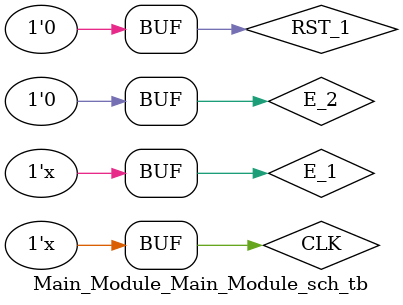
<source format=v>

`timescale 1ns / 1ps

module Main_Module_Main_Module_sch_tb();

// Inputs
   reg CLK;
   reg E_2;
   reg E_1;
   reg RST_1;

// Output
   wire [8:0] Ticks;

// Bidirs

// Instantiate the UUT
   Main_Module UUT (
		.CLK(CLK), 
		.E_2(E_2), 
		.E_1(E_1), 
		.Ticks(Ticks), 
		.RST_1(RST_1)
   );
// Initialize Inputs
   //`ifdef auto_init
       initial begin
		CLK = 0;
		E_2 = 0;
		E_1 = 0;
		RST_1 = 0;
   end
	always begin
	CLK =~CLK;
	#10;
	end
	always begin
	E_1 = ~E_1;
	#40000;
	end
endmodule

</source>
